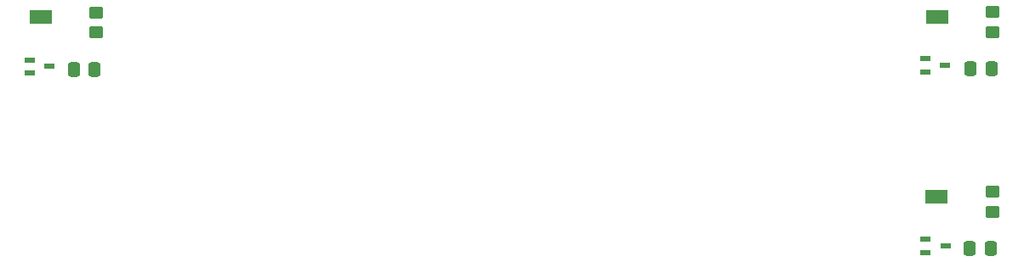
<source format=gbr>
%TF.GenerationSoftware,KiCad,Pcbnew,8.0.1*%
%TF.CreationDate,2024-04-29T04:15:04+02:00*%
%TF.ProjectId,PAMI-Power_Board,50414d49-2d50-46f7-9765-725f426f6172,rev?*%
%TF.SameCoordinates,Original*%
%TF.FileFunction,Paste,Bot*%
%TF.FilePolarity,Positive*%
%FSLAX46Y46*%
G04 Gerber Fmt 4.6, Leading zero omitted, Abs format (unit mm)*
G04 Created by KiCad (PCBNEW 8.0.1) date 2024-04-29 04:15:04*
%MOMM*%
%LPD*%
G01*
G04 APERTURE LIST*
G04 Aperture macros list*
%AMRoundRect*
0 Rectangle with rounded corners*
0 $1 Rounding radius*
0 $2 $3 $4 $5 $6 $7 $8 $9 X,Y pos of 4 corners*
0 Add a 4 corners polygon primitive as box body*
4,1,4,$2,$3,$4,$5,$6,$7,$8,$9,$2,$3,0*
0 Add four circle primitives for the rounded corners*
1,1,$1+$1,$2,$3*
1,1,$1+$1,$4,$5*
1,1,$1+$1,$6,$7*
1,1,$1+$1,$8,$9*
0 Add four rect primitives between the rounded corners*
20,1,$1+$1,$2,$3,$4,$5,0*
20,1,$1+$1,$4,$5,$6,$7,0*
20,1,$1+$1,$6,$7,$8,$9,0*
20,1,$1+$1,$8,$9,$2,$3,0*%
G04 Aperture macros list end*
%ADD10RoundRect,0.250000X-0.337500X-0.475000X0.337500X-0.475000X0.337500X0.475000X-0.337500X0.475000X0*%
%ADD11R,1.000000X0.500000*%
%ADD12R,2.200000X1.400000*%
%ADD13RoundRect,0.250000X-0.450000X0.350000X-0.450000X-0.350000X0.450000X-0.350000X0.450000X0.350000X0*%
G04 APERTURE END LIST*
D10*
%TO.C,C11*%
X104527351Y-85970040D03*
X106602351Y-85970040D03*
%TD*%
D11*
%TO.C,Q2*%
X100110000Y-86280000D03*
X100110000Y-84980000D03*
X102110000Y-85630000D03*
%TD*%
D12*
%TO.C,TPIR-LED3*%
X190380000Y-98650000D03*
%TD*%
D13*
%TO.C,R13*%
X195980000Y-98130000D03*
X195980000Y-100130000D03*
%TD*%
D12*
%TO.C,TPIR-LED1*%
X190470000Y-80725000D03*
%TD*%
D10*
%TO.C,C10*%
X193822500Y-85815000D03*
X195897500Y-85815000D03*
%TD*%
D11*
%TO.C,Q3*%
X189290000Y-104210000D03*
X189290000Y-102910000D03*
X191290000Y-103560000D03*
%TD*%
D13*
%TO.C,R12*%
X106740000Y-80250000D03*
X106740000Y-82250000D03*
%TD*%
D10*
%TO.C,C12*%
X193732500Y-103810000D03*
X195807500Y-103810000D03*
%TD*%
D12*
%TO.C,TPIR-LED2*%
X101224851Y-80720040D03*
%TD*%
D11*
%TO.C,Q1*%
X189260000Y-86180000D03*
X189260000Y-84880000D03*
X191260000Y-85530000D03*
%TD*%
D13*
%TO.C,R11*%
X196000000Y-80190000D03*
X196000000Y-82190000D03*
%TD*%
M02*

</source>
